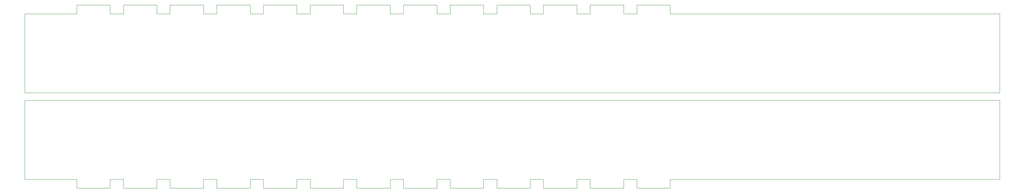
<source format=gbo>
G04*
G04 #@! TF.GenerationSoftware,Altium Limited,Altium Designer,18.1.7 (191)*
G04*
G04 Layer_Color=32896*
%FSLAX44Y44*%
%MOMM*%
G71*
G01*
G75*
%ADD10C,0.1000*%
D10*
X138000Y350000D02*
X2645000D01*
Y347000D02*
Y350000D01*
Y146000D02*
Y347000D01*
X992000Y123000D02*
X1078000D01*
X872000Y123000D02*
Y146000D01*
X838000D02*
X872000D01*
X1438000Y123000D02*
Y146000D01*
X1678000Y146000D02*
X1712000D01*
Y123000D02*
Y146000D01*
X478000Y123000D02*
Y146000D01*
X1198000Y146000D02*
X1232000D01*
Y123000D02*
Y146000D01*
X1352000Y123000D02*
X1438000D01*
X838000Y123000D02*
Y146000D01*
X392000Y123000D02*
X478000D01*
X272000Y123000D02*
Y146000D01*
X1198000Y123000D02*
Y146000D01*
X752000Y123000D02*
X838000D01*
X1472000D02*
X1558000D01*
X1558000Y123000D02*
Y146000D01*
X632000Y123000D02*
Y146000D01*
X598000D02*
X632000D01*
X138000D02*
X272000D01*
X1112000Y123000D02*
X1198000D01*
X992000Y123000D02*
Y146000D01*
X958000D02*
X992000D01*
X1558000D02*
X1592000D01*
X598000Y123000D02*
Y146000D01*
X392000Y123000D02*
Y146000D01*
X358000D02*
X392000D01*
X958000Y123000D02*
Y146000D01*
X1318000Y146000D02*
X1352000D01*
Y123000D02*
Y146000D01*
X1592000Y123000D02*
Y146000D01*
X512000Y123000D02*
X598000D01*
X358000Y123000D02*
Y146000D01*
X138000Y146000D02*
Y350000D01*
X1318000Y123000D02*
Y146000D01*
X872000Y123000D02*
X958000D01*
X752000Y123000D02*
Y146000D01*
X718000D02*
X752000D01*
X1592000Y123000D02*
X1678000D01*
X1678000Y123000D02*
Y146000D01*
X1798000Y146000D02*
X2645000Y146000D01*
X272000Y123000D02*
X358000D01*
X1112000Y123000D02*
Y146000D01*
X1078000D02*
X1112000D01*
X1232000Y123000D02*
X1318000D01*
X718000Y123000D02*
Y146000D01*
X512000Y123000D02*
Y146000D01*
X478000D02*
X512000D01*
X1798000Y123000D02*
Y146000D01*
X1078000Y123000D02*
Y146000D01*
X1438000Y146000D02*
X1472000D01*
Y123000D02*
Y146000D01*
X632000Y123000D02*
X718000D01*
X1712000Y123000D02*
X1798000D01*
X1112000Y597000D02*
X1198000D01*
X838000Y574000D02*
X872000D01*
X752000D02*
Y597000D01*
X1438000Y574000D02*
Y597000D01*
X1472000Y574000D02*
Y597000D01*
X598000Y574000D02*
Y597000D01*
X1678000Y574000D02*
Y597000D01*
X1678000Y574000D02*
X1712000D01*
X138000Y370000D02*
X2645000Y370000D01*
X1078000Y574000D02*
X1112000D01*
X872000D02*
Y597000D01*
X838000Y574000D02*
Y597000D01*
X1558000Y574000D02*
Y597000D01*
X1712000Y597000D02*
X1798000D01*
X272000Y597000D02*
X358000D01*
X958000Y574000D02*
Y597000D01*
X1232000Y597000D02*
X1318000D01*
X1352000D02*
X1438000D01*
X1592000Y574000D02*
Y597000D01*
X392000Y597000D02*
X478000D01*
X1798000Y574000D02*
Y597000D01*
X138000Y370000D02*
Y574000D01*
X992000D02*
Y597000D01*
X1318000Y574000D02*
X1352000D01*
X512000Y597000D02*
X598000D01*
X478000Y574000D02*
X512000D01*
X358000D02*
X392000D01*
X1712000D02*
Y597000D01*
X358000Y574000D02*
Y597000D01*
X1078000Y574000D02*
Y597000D01*
X1112000Y574000D02*
Y597000D01*
X718000Y574000D02*
X752000D01*
X632000Y597000D02*
X718000D01*
X1472000D02*
X1558000D01*
X392000Y574000D02*
Y597000D01*
X958000Y574000D02*
X992000D01*
X1198000Y574000D02*
Y597000D01*
X1198000Y574000D02*
X1232000D01*
X598000D02*
X632000D01*
X1558000D02*
X1592000D01*
X478000Y574000D02*
Y597000D01*
X1592000Y597000D02*
X1678000D01*
X992000Y597000D02*
X1078000D01*
X872000D02*
X958000D01*
X1232000Y574000D02*
Y597000D01*
X752000Y597000D02*
X838000D01*
X632000Y574000D02*
Y597000D01*
X1438000Y574000D02*
X1472000D01*
X512000D02*
Y597000D01*
X2645000Y370000D02*
Y574000D01*
X1318000D02*
Y597000D01*
X1352000Y574000D02*
Y597000D01*
X718000Y574000D02*
Y597000D01*
X272000Y574000D02*
Y597000D01*
X1798000Y574000D02*
X2645000D01*
X138000Y574000D02*
X272000D01*
M02*

</source>
